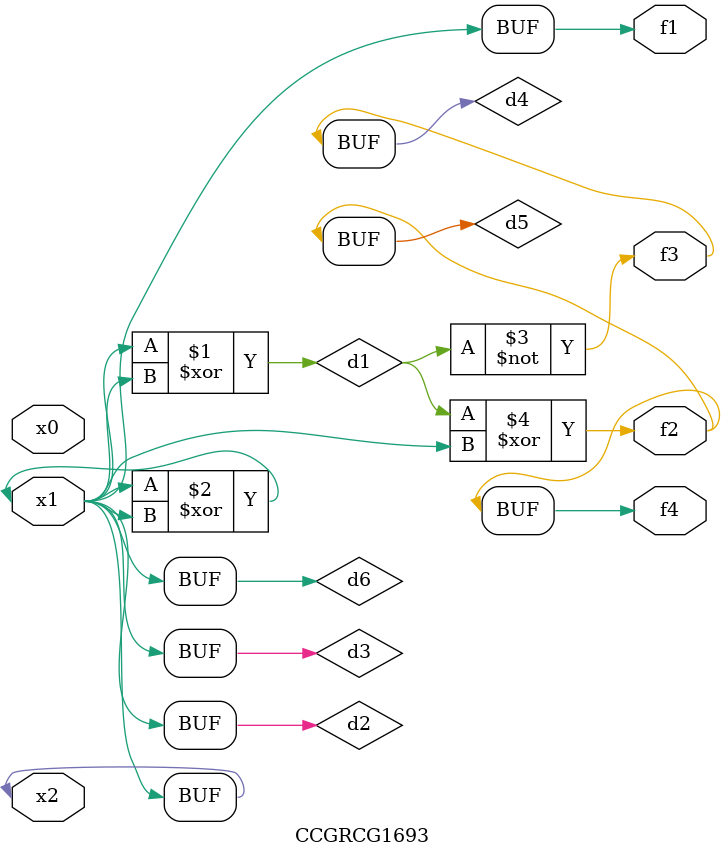
<source format=v>
module CCGRCG1693(
	input x0, x1, x2,
	output f1, f2, f3, f4
);

	wire d1, d2, d3, d4, d5, d6;

	xor (d1, x1, x2);
	buf (d2, x1, x2);
	xor (d3, x1, x2);
	nor (d4, d1);
	xor (d5, d1, d2);
	buf (d6, d2, d3);
	assign f1 = d6;
	assign f2 = d5;
	assign f3 = d4;
	assign f4 = d5;
endmodule

</source>
